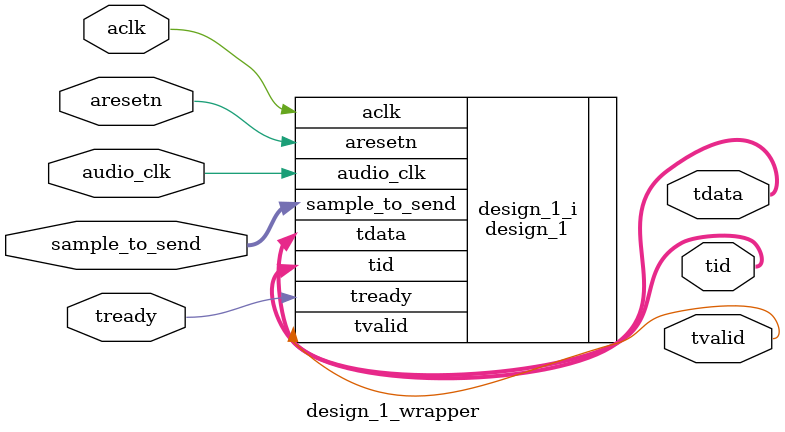
<source format=v>
`timescale 1 ps / 1 ps

module design_1_wrapper
   (aclk,
    aresetn,
    audio_clk,
    sample_to_send,
    tdata,
    tid,
    tready,
    tvalid);
  input aclk;
  input aresetn;
  input audio_clk;
  input [15:0]sample_to_send;
  output [31:0]tdata;
  output [2:0]tid;
  input tready;
  output tvalid;

  wire aclk;
  wire aresetn;
  wire audio_clk;
  wire [15:0]sample_to_send;
  wire [31:0]tdata;
  wire [2:0]tid;
  wire tready;
  wire tvalid;

  design_1 design_1_i
       (.aclk(aclk),
        .aresetn(aresetn),
        .audio_clk(audio_clk),
        .sample_to_send(sample_to_send),
        .tdata(tdata),
        .tid(tid),
        .tready(tready),
        .tvalid(tvalid));
endmodule

</source>
